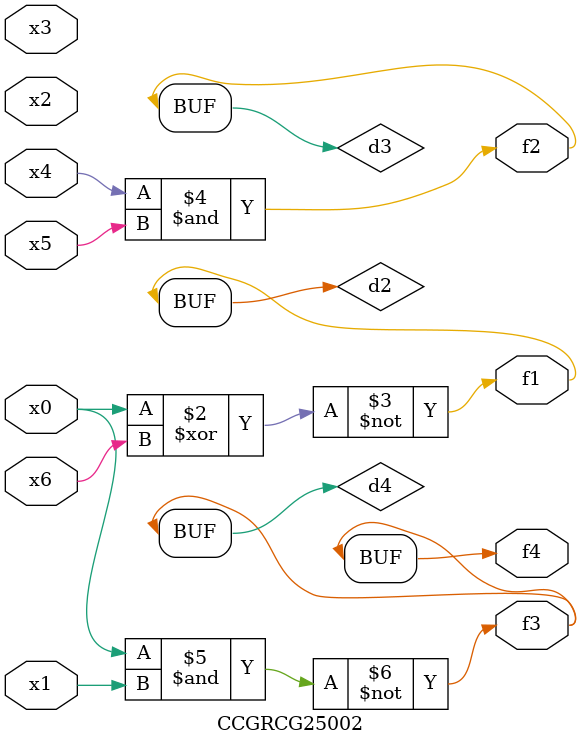
<source format=v>
module CCGRCG25002(
	input x0, x1, x2, x3, x4, x5, x6,
	output f1, f2, f3, f4
);

	wire d1, d2, d3, d4;

	nor (d1, x0);
	xnor (d2, x0, x6);
	and (d3, x4, x5);
	nand (d4, x0, x1);
	assign f1 = d2;
	assign f2 = d3;
	assign f3 = d4;
	assign f4 = d4;
endmodule

</source>
